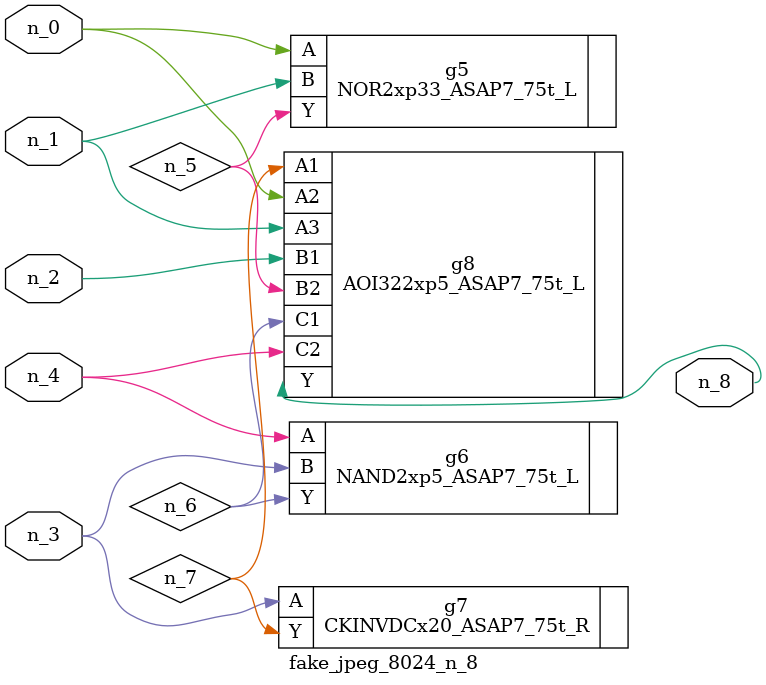
<source format=v>
module fake_jpeg_8024_n_8 (n_3, n_2, n_1, n_0, n_4, n_8);

input n_3;
input n_2;
input n_1;
input n_0;
input n_4;

output n_8;

wire n_6;
wire n_5;
wire n_7;

NOR2xp33_ASAP7_75t_L g5 ( 
.A(n_0),
.B(n_1),
.Y(n_5)
);

NAND2xp5_ASAP7_75t_L g6 ( 
.A(n_4),
.B(n_3),
.Y(n_6)
);

CKINVDCx20_ASAP7_75t_R g7 ( 
.A(n_3),
.Y(n_7)
);

AOI322xp5_ASAP7_75t_L g8 ( 
.A1(n_7),
.A2(n_0),
.A3(n_1),
.B1(n_2),
.B2(n_5),
.C1(n_6),
.C2(n_4),
.Y(n_8)
);


endmodule
</source>
